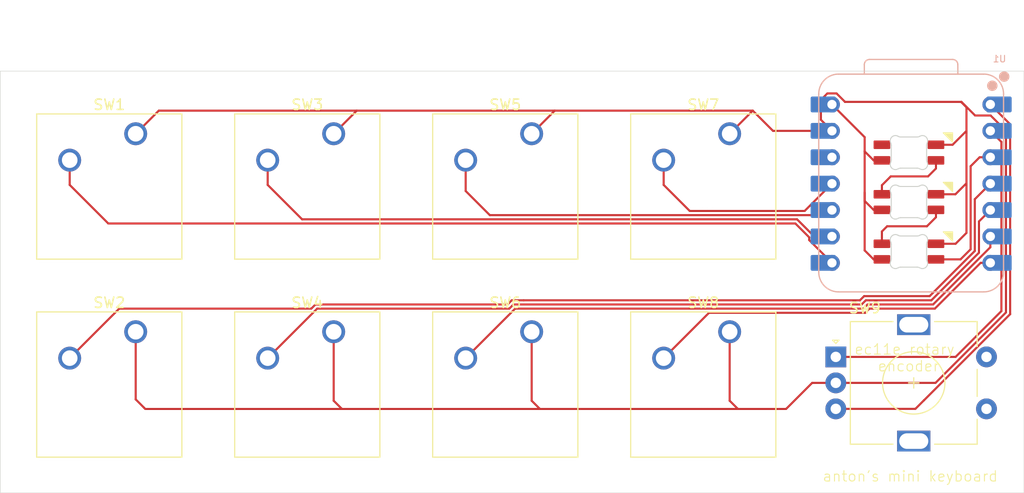
<source format=kicad_pcb>
(kicad_pcb (version 20241229) (generator "pcbnew") (generator_version "9.0")
  (layers (0 "F.Cu" signal) (2 "B.Cu" signal) (13 "F.Paste" user) (15 "B.Paste" user) (5 "F.SilkS" user "F.Silkscreen") (7 "B.SilkS" user "B.Silkscreen") (1 "F.Mask" user) (3 "B.Mask" user) (25 "Edge.Cuts" user))
  (net 0 "")
  (net 1 "Net-(D1-DOUT)")
  (net 2 "GND")
  (net 3 "Net-(D1-DIN)")
  (net 4 "+5V")
  (net 5 "Net-(D2-DOUT)")
  (net 6 "Net-(U1-GPIO0{slash}TX)")
  (net 9 "Net-(U1-GPIO26{slash}ADC0{slash}A0)")
  (net 11 "Net-(U1-GPIO27{slash}ADC1{slash}A1)")
  (net 12 "Net-(U1-GPIO1{slash}RX)")
  (net 13 "Net-(U1-GPIO2{slash}SCK)")
  (net 14 "Net-(U1-GPIO4{slash}MISO)")
  (net 15 "Net-(U1-GPIO3{slash}MOSI)")
  (net 16 "Net-(U1-GPIO29{slash}ADC3{slash}A3)")
  (net 17 "Net-(U1-GPIO6{slash}SDA)")
  (net 18 "Net-(U1-GPIO7{slash}SCL)")
  (footprint "Rotary_Encoder:RotaryEncoder_Alps_EC11E-Switch_Vertical_H20mm" (layer "F.Cu") (at 121.17025 51.59025)
    (property "Reference" "SW9" (at 2.8 -4.7 0) (layer "F.SilkS"))
    (property "Value" "RotaryEncoder_Switch")
    (fp_line (start -0.3 -1.6) (end 0.3 -1.6) (stroke (width 0.12)) (layer "F.SilkS"))
    (fp_line (start 0 -1.3) (end -0.3 -1.6) (stroke (width 0.12)) (layer "F.SilkS"))
    (fp_line (start 0.3 -1.6) (end 0 -1.3) (stroke (width 0.12)) (layer "F.SilkS"))
    (fp_line (start 1.4 -3.4) (end 1.4 8.4) (stroke (width 0.12)) (layer "F.SilkS"))
    (fp_line (start 5.5 -3.4) (end 1.4 -3.4) (stroke (width 0.12)) (layer "F.SilkS"))
    (fp_line (start 5.5 8.4) (end 1.4 8.4) (stroke (width 0.12)) (layer "F.SilkS"))
    (fp_line (start 7 2.5) (end 8 2.5) (stroke (width 0.12)) (layer "F.SilkS"))
    (fp_line (start 7.5 2) (end 7.5 3) (stroke (width 0.12)) (layer "F.SilkS"))
    (fp_line (start 9.5 -3.4) (end 13.6 -3.4) (stroke (width 0.12)) (layer "F.SilkS"))
    (fp_line (start 13.6 -3.4) (end 13.6 -1) (stroke (width 0.12)) (layer "F.SilkS"))
    (fp_line (start 13.6 1.2) (end 13.6 3.8) (stroke (width 0.12)) (layer "F.SilkS"))
    (fp_line (start 13.6 6) (end 13.6 8.4) (stroke (width 0.12)) (layer "F.SilkS"))
    (fp_line (start 13.6 8.4) (end 9.5 8.4) (stroke (width 0.12)) (layer "F.SilkS"))
    (fp_circle (center 7.5 2.5) (end 10.5 2.5) (stroke (width 0.12)) (fill no) (layer "F.SilkS"))
    (pad "A" thru_hole rect (at 0 0) (size 2 2) (drill 1) (layers "*.Cu" "*.Mask") (net 11 "Net-(U1-GPIO27{slash}ADC1{slash}A1)"))
    (pad "B" thru_hole circle (at 0 5) (size 2 2) (drill 1) (layers "*.Cu" "*.Mask") (net 9 "Net-(U1-GPIO26{slash}ADC0{slash}A0)"))
    (pad "C" thru_hole circle (at 0 2.5) (size 2 2) (drill 1) (layers "*.Cu" "*.Mask") (net 2 "GND"))
    (pad "MP" thru_hole rect (at 7.5 -3.1) (size 3.2 2) (drill oval 2.8 1.5) (layers "*.Cu" "*.Mask"))
    (pad "MP" thru_hole rect (at 7.5 8.1) (size 3.2 2) (drill oval 2.8 1.5) (layers "*.Cu" "*.Mask"))
    (pad "S1" thru_hole circle (at 14.5 5) (size 2 2) (drill 1) (layers "*.Cu" "*.Mask"))
    (pad "S2" thru_hole circle (at 14.5 0) (size 2 2) (drill 1) (layers "*.Cu" "*.Mask"))
  )
  (footprint "Button_Switch_Keyboard:SW_Cherry_MX_1.00u_PCB" (layer "F.Cu") (at 91.90775 49.169)
    (property "Reference" "SW6" (at -2.54 -2.794 0) (layer "F.SilkS"))
    (property "Value" "SW_Push")
    (fp_line (start -9.525 -1.905) (end 4.445 -1.905) (stroke (width 0.12)) (layer "F.SilkS"))
    (fp_line (start -9.525 12.065) (end -9.525 -1.905) (stroke (width 0.12)) (layer "F.SilkS"))
    (fp_line (start 4.445 -1.905) (end 4.445 12.065) (stroke (width 0.12)) (layer "F.SilkS"))
    (fp_line (start 4.445 12.065) (end -9.525 12.065) (stroke (width 0.12)) (layer "F.SilkS"))
    (pad "" np_thru_hole circle (at -7.62 5.08) (size 1.7 1.7) (drill 1.7) (layers "*.Cu" "*.Mask"))
    (pad "" np_thru_hole circle (at -2.54 5.08) (size 4 4) (drill 4) (layers "*.Cu" "*.Mask"))
    (pad "" np_thru_hole circle (at 2.54 5.08) (size 1.7 1.7) (drill 1.7) (layers "*.Cu" "*.Mask"))
    (pad "1" thru_hole circle (at 0 0) (size 2.2 2.2) (drill 1.5) (layers "*.Cu" "*.Mask") (net 2 "GND"))
    (pad "2" thru_hole circle (at -6.35 2.54) (size 2.2 2.2) (drill 1.5) (layers "*.Cu" "*.Mask") (net 18 "Net-(U1-GPIO7{slash}SCL)"))
  )
  (footprint "Button_Switch_Keyboard:SW_Cherry_MX_1.00u_PCB" (layer "F.Cu") (at 72.85775 30.119)
    (property "Reference" "SW3" (at -2.54 -2.794 0) (layer "F.SilkS"))
    (property "Value" "SW_Push")
    (fp_line (start -9.525 -1.905) (end 4.445 -1.905) (stroke (width 0.12)) (layer "F.SilkS"))
    (fp_line (start -9.525 12.065) (end -9.525 -1.905) (stroke (width 0.12)) (layer "F.SilkS"))
    (fp_line (start 4.445 -1.905) (end 4.445 12.065) (stroke (width 0.12)) (layer "F.SilkS"))
    (fp_line (start 4.445 12.065) (end -9.525 12.065) (stroke (width 0.12)) (layer "F.SilkS"))
    (pad "" np_thru_hole circle (at -7.62 5.08) (size 1.7 1.7) (drill 1.7) (layers "*.Cu" "*.Mask"))
    (pad "" np_thru_hole circle (at -2.54 5.08) (size 4 4) (drill 4) (layers "*.Cu" "*.Mask"))
    (pad "" np_thru_hole circle (at 2.54 5.08) (size 1.7 1.7) (drill 1.7) (layers "*.Cu" "*.Mask"))
    (pad "1" thru_hole circle (at 0 0) (size 2.2 2.2) (drill 1.5) (layers "*.Cu" "*.Mask") (net 2 "GND"))
    (pad "2" thru_hole circle (at -6.35 2.54) (size 2.2 2.2) (drill 1.5) (layers "*.Cu" "*.Mask") (net 13 "Net-(U1-GPIO2{slash}SCK)"))
  )
  (footprint "Button_Switch_Keyboard:SW_Cherry_MX_1.00u_PCB" (layer "F.Cu") (at 53.80775 49.169)
    (property "Reference" "SW2" (at -2.54 -2.794 0) (layer "F.SilkS"))
    (property "Value" "SW_Push")
    (fp_line (start -9.525 -1.905) (end 4.445 -1.905) (stroke (width 0.12)) (layer "F.SilkS"))
    (fp_line (start -9.525 12.065) (end -9.525 -1.905) (stroke (width 0.12)) (layer "F.SilkS"))
    (fp_line (start 4.445 -1.905) (end 4.445 12.065) (stroke (width 0.12)) (layer "F.SilkS"))
    (fp_line (start 4.445 12.065) (end -9.525 12.065) (stroke (width 0.12)) (layer "F.SilkS"))
    (pad "" np_thru_hole circle (at -7.62 5.08) (size 1.7 1.7) (drill 1.7) (layers "*.Cu" "*.Mask"))
    (pad "" np_thru_hole circle (at -2.54 5.08) (size 4 4) (drill 4) (layers "*.Cu" "*.Mask"))
    (pad "" np_thru_hole circle (at 2.54 5.08) (size 1.7 1.7) (drill 1.7) (layers "*.Cu" "*.Mask"))
    (pad "1" thru_hole circle (at 0 0) (size 2.2 2.2) (drill 1.5) (layers "*.Cu" "*.Mask") (net 2 "GND"))
    (pad "2" thru_hole circle (at -6.35 2.54) (size 2.2 2.2) (drill 1.5) (layers "*.Cu" "*.Mask") (net 16 "Net-(U1-GPIO29{slash}ADC3{slash}A3)"))
  )
  (footprint "Button_Switch_Keyboard:SW_Cherry_MX_1.00u_PCB" (layer "F.Cu") (at 53.80775 30.119)
    (property "Reference" "SW1" (at -2.54 -2.794 0) (layer "F.SilkS"))
    (property "Value" "SW_Push")
    (fp_line (start -9.525 -1.905) (end 4.445 -1.905) (stroke (width 0.12)) (layer "F.SilkS"))
    (fp_line (start -9.525 12.065) (end -9.525 -1.905) (stroke (width 0.12)) (layer "F.SilkS"))
    (fp_line (start 4.445 -1.905) (end 4.445 12.065) (stroke (width 0.12)) (layer "F.SilkS"))
    (fp_line (start 4.445 12.065) (end -9.525 12.065) (stroke (width 0.12)) (layer "F.SilkS"))
    (pad "" np_thru_hole circle (at -7.62 5.08) (size 1.7 1.7) (drill 1.7) (layers "*.Cu" "*.Mask"))
    (pad "" np_thru_hole circle (at -2.54 5.08) (size 4 4) (drill 4) (layers "*.Cu" "*.Mask"))
    (pad "" np_thru_hole circle (at 2.54 5.08) (size 1.7 1.7) (drill 1.7) (layers "*.Cu" "*.Mask"))
    (pad "1" thru_hole circle (at 0 0) (size 2.2 2.2) (drill 1.5) (layers "*.Cu" "*.Mask") (net 2 "GND"))
    (pad "2" thru_hole circle (at -6.35 2.54) (size 2.2 2.2) (drill 1.5) (layers "*.Cu" "*.Mask") (net 12 "Net-(U1-GPIO1{slash}RX)"))
  )
  (footprint "Button_Switch_Keyboard:SW_Cherry_MX_1.00u_PCB" (layer "F.Cu") (at 110.95775 49.169)
    (property "Reference" "SW8" (at -2.54 -2.794 0) (layer "F.SilkS"))
    (property "Value" "SW_Push")
    (fp_line (start -9.525 -1.905) (end 4.445 -1.905) (stroke (width 0.12)) (layer "F.SilkS"))
    (fp_line (start -9.525 12.065) (end -9.525 -1.905) (stroke (width 0.12)) (layer "F.SilkS"))
    (fp_line (start 4.445 -1.905) (end 4.445 12.065) (stroke (width 0.12)) (layer "F.SilkS"))
    (fp_line (start 4.445 12.065) (end -9.525 12.065) (stroke (width 0.12)) (layer "F.SilkS"))
    (pad "" np_thru_hole circle (at -7.62 5.08) (size 1.7 1.7) (drill 1.7) (layers "*.Cu" "*.Mask"))
    (pad "" np_thru_hole circle (at -2.54 5.08) (size 4 4) (drill 4) (layers "*.Cu" "*.Mask"))
    (pad "" np_thru_hole circle (at 2.54 5.08) (size 1.7 1.7) (drill 1.7) (layers "*.Cu" "*.Mask"))
    (pad "1" thru_hole circle (at 0 0) (size 2.2 2.2) (drill 1.5) (layers "*.Cu" "*.Mask") (net 2 "GND"))
    (pad "2" thru_hole circle (at -6.35 2.54) (size 2.2 2.2) (drill 1.5) (layers "*.Cu" "*.Mask") (net 6 "Net-(U1-GPIO0{slash}TX)"))
  )
  (footprint "Button_Switch_Keyboard:SW_Cherry_MX_1.00u_PCB" (layer "F.Cu") (at 72.85775 49.169)
    (property "Reference" "SW4" (at -2.54 -2.794 0) (layer "F.SilkS"))
    (property "Value" "SW_Push")
    (fp_line (start -9.525 -1.905) (end 4.445 -1.905) (stroke (width 0.12)) (layer "F.SilkS"))
    (fp_line (start -9.525 12.065) (end -9.525 -1.905) (stroke (width 0.12)) (layer "F.SilkS"))
    (fp_line (start 4.445 -1.905) (end 4.445 12.065) (stroke (width 0.12)) (layer "F.SilkS"))
    (fp_line (start 4.445 12.065) (end -9.525 12.065) (stroke (width 0.12)) (layer "F.SilkS"))
    (pad "" np_thru_hole circle (at -7.62 5.08) (size 1.7 1.7) (drill 1.7) (layers "*.Cu" "*.Mask"))
    (pad "" np_thru_hole circle (at -2.54 5.08) (size 4 4) (drill 4) (layers "*.Cu" "*.Mask"))
    (pad "" np_thru_hole circle (at 2.54 5.08) (size 1.7 1.7) (drill 1.7) (layers "*.Cu" "*.Mask"))
    (pad "1" thru_hole circle (at 0 0) (size 2.2 2.2) (drill 1.5) (layers "*.Cu" "*.Mask") (net 2 "GND"))
    (pad "2" thru_hole circle (at -6.35 2.54) (size 2.2 2.2) (drill 1.5) (layers "*.Cu" "*.Mask") (net 17 "Net-(U1-GPIO6{slash}SDA)"))
  )
  (footprint "Button_Switch_Keyboard:SW_Cherry_MX_1.00u_PCB" (layer "F.Cu") (at 110.95775 30.119)
    (property "Reference" "SW7" (at -2.54 -2.794 0) (layer "F.SilkS"))
    (property "Value" "SW_Push")
    (fp_line (start -9.525 -1.905) (end 4.445 -1.905) (stroke (width 0.12)) (layer "F.SilkS"))
    (fp_line (start -9.525 12.065) (end -9.525 -1.905) (stroke (width 0.12)) (layer "F.SilkS"))
    (fp_line (start 4.445 -1.905) (end 4.445 12.065) (stroke (width 0.12)) (layer "F.SilkS"))
    (fp_line (start 4.445 12.065) (end -9.525 12.065) (stroke (width 0.12)) (layer "F.SilkS"))
    (pad "" np_thru_hole circle (at -7.62 5.08) (size 1.7 1.7) (drill 1.7) (layers "*.Cu" "*.Mask"))
    (pad "" np_thru_hole circle (at -2.54 5.08) (size 4 4) (drill 4) (layers "*.Cu" "*.Mask"))
    (pad "" np_thru_hole circle (at 2.54 5.08) (size 1.7 1.7) (drill 1.7) (layers "*.Cu" "*.Mask"))
    (pad "1" thru_hole circle (at 0 0) (size 2.2 2.2) (drill 1.5) (layers "*.Cu" "*.Mask") (net 2 "GND"))
    (pad "2" thru_hole circle (at -6.35 2.54) (size 2.2 2.2) (drill 1.5) (layers "*.Cu" "*.Mask") (net 15 "Net-(U1-GPIO3{slash}MOSI)"))
  )
  (footprint "Button_Switch_Keyboard:SW_Cherry_MX_1.00u_PCB" (layer "F.Cu") (at 91.90775 30.119)
    (property "Reference" "SW5" (at -2.54 -2.794 0) (layer "F.SilkS"))
    (property "Value" "SW_Push")
    (fp_line (start -9.525 -1.905) (end 4.445 -1.905) (stroke (width 0.12)) (layer "F.SilkS"))
    (fp_line (start -9.525 12.065) (end -9.525 -1.905) (stroke (width 0.12)) (layer "F.SilkS"))
    (fp_line (start 4.445 -1.905) (end 4.445 12.065) (stroke (width 0.12)) (layer "F.SilkS"))
    (fp_line (start 4.445 12.065) (end -9.525 12.065) (stroke (width 0.12)) (layer "F.SilkS"))
    (pad "" np_thru_hole circle (at -7.62 5.08) (size 1.7 1.7) (drill 1.7) (layers "*.Cu" "*.Mask"))
    (pad "" np_thru_hole circle (at -2.54 5.08) (size 4 4) (drill 4) (layers "*.Cu" "*.Mask"))
    (pad "" np_thru_hole circle (at 2.54 5.08) (size 1.7 1.7) (drill 1.7) (layers "*.Cu" "*.Mask"))
    (pad "1" thru_hole circle (at 0 0) (size 2.2 2.2) (drill 1.5) (layers "*.Cu" "*.Mask") (net 2 "GND"))
    (pad "2" thru_hole circle (at -6.35 2.54) (size 2.2 2.2) (drill 1.5) (layers "*.Cu" "*.Mask") (net 14 "Net-(U1-GPIO4{slash}MISO)"))
  )
  (footprint "Hackclub Footprints:MX_SK6812MINI-E_REV" (layer "B.Cu") (at 128.20775 26.85025 180)
    (property "Reference" "D3" (hide yes))
    (property "Value" "SK6812MINI-E")
    (fp_poly (pts (xy -4.2 -4.08) (xy -3.3 -3.18) (xy -4.2 -3.18)) (stroke (width 0.1)) (fill yes) (layer "F.SilkS"))
    (fp_line (start 1.699999 -4.377158) (end 1.699999 -5.782842) (stroke (width 0.1)) (layer "Edge.Cuts"))
    (fp_line (start 0.794452 -6.579999) (end -0.794453 -6.579999) (stroke (width 0.1)) (layer "Edge.Cuts"))
    (fp_line (start -0.794452 -3.58) (end 0.794452 -3.58) (stroke (width 0.1)) (layer "Edge.Cuts"))
    (fp_line (start -1.699999 -5.782842) (end -1.699999 -4.377158) (stroke (width 0.1)) (layer "Edge.Cuts"))
    (fp_arc (start 1.749484 -4.16028) (mid 1.712526 -4.265931) (end 1.699999 -4.377157) (stroke (width 0.1)) (layer "Edge.Cuts"))
    (fp_arc (start 1.749484 -4.16028) (mid 1.638072 -3.575963) (end 1.046711 -3.511703) (stroke (width 0.1)) (layer "Edge.Cuts"))
    (fp_arc (start 1.699999 -5.782842) (mid 1.712536 -5.894065) (end 1.749484 -5.99972) (stroke (width 0.1)) (layer "Edge.Cuts"))
    (fp_arc (start 1.046711 -6.648299) (mid 1.638071 -6.584036) (end 1.749484 -5.99972) (stroke (width 0.1)) (layer "Edge.Cuts"))
    (fp_arc (start 1.046711 -6.648299) (mid 0.925123 -6.597377) (end 0.794453 -6.58) (stroke (width 0.1)) (layer "Edge.Cuts"))
    (fp_arc (start 0.794452 -3.58) (mid 0.925122 -3.562623) (end 1.04671 -3.511701) (stroke (width 0.1)) (layer "Edge.Cuts"))
    (fp_arc (start -0.794453 -6.579999) (mid -0.925123 -6.597376) (end -1.046711 -6.648298) (stroke (width 0.1)) (layer "Edge.Cuts"))
    (fp_arc (start -1.046711 -3.511701) (mid -0.925123 -3.562623) (end -0.794452 -3.58) (stroke (width 0.1)) (layer "Edge.Cuts"))
    (fp_arc (start -1.046711 -3.511701) (mid -1.638072 -3.575965) (end -1.749484 -4.160281) (stroke (width 0.1)) (layer "Edge.Cuts"))
    (fp_arc (start -1.699999 -4.377158) (mid -1.712527 -4.265932) (end -1.749484 -4.16028) (stroke (width 0.1)) (layer "Edge.Cuts"))
    (fp_arc (start -1.749484 -5.99972) (mid -1.638071 -6.584035) (end -1.046711 -6.648298) (stroke (width 0.1)) (layer "Edge.Cuts"))
    (fp_arc (start -1.749484 -5.99972) (mid -1.712527 -5.894068) (end -1.699999 -5.782843) (stroke (width 0.1)) (layer "Edge.Cuts"))
    (pad "1" smd roundrect (at 2.6 -5.83 90) (size 0.82 1.6) (layers "F.Cu" "F.Mask" "F.Paste") (roundrect_rratio 0.1) (net 4 "+5V"))
    (pad "2" smd roundrect (at 2.6 -4.33 90) (size 0.82 1.6) (layers "F.Cu" "F.Mask" "F.Paste") (roundrect_rratio 0.1))
    (pad "3" smd roundrect (at -2.6 -4.33 90) (size 0.82 1.6) (layers "F.Cu" "F.Mask" "F.Paste") (roundrect_rratio 0.1) (net 2 "GND"))
    (pad "4" smd roundrect (at -2.6 -5.83 90) (size 0.82 1.6) (layers "F.Cu" "F.Mask" "F.Paste") (roundrect_rratio 0.1) (net 5 "Net-(D2-DOUT)"))
  )
  (footprint "Hackclub Footprints:MX_SK6812MINI-E_REV" (layer "B.Cu") (at 128.20775 31.61275 180)
    (property "Reference" "D2" (hide yes))
    (property "Value" "SK6812MINI-E")
    (fp_poly (pts (xy -4.2 -4.08) (xy -3.3 -3.18) (xy -4.2 -3.18)) (stroke (width 0.1)) (fill yes) (layer "F.SilkS"))
    (fp_line (start 1.699999 -4.377158) (end 1.699999 -5.782842) (stroke (width 0.1)) (layer "Edge.Cuts"))
    (fp_line (start 0.794452 -6.579999) (end -0.794453 -6.579999) (stroke (width 0.1)) (layer "Edge.Cuts"))
    (fp_line (start -0.794452 -3.58) (end 0.794452 -3.58) (stroke (width 0.1)) (layer "Edge.Cuts"))
    (fp_line (start -1.699999 -5.782842) (end -1.699999 -4.377158) (stroke (width 0.1)) (layer "Edge.Cuts"))
    (fp_arc (start 1.749484 -4.16028) (mid 1.712526 -4.265931) (end 1.699999 -4.377157) (stroke (width 0.1)) (layer "Edge.Cuts"))
    (fp_arc (start 1.749484 -4.16028) (mid 1.638072 -3.575963) (end 1.046711 -3.511703) (stroke (width 0.1)) (layer "Edge.Cuts"))
    (fp_arc (start 1.699999 -5.782842) (mid 1.712536 -5.894065) (end 1.749484 -5.99972) (stroke (width 0.1)) (layer "Edge.Cuts"))
    (fp_arc (start 1.046711 -6.648299) (mid 1.638071 -6.584036) (end 1.749484 -5.99972) (stroke (width 0.1)) (layer "Edge.Cuts"))
    (fp_arc (start 1.046711 -6.648299) (mid 0.925123 -6.597377) (end 0.794453 -6.58) (stroke (width 0.1)) (layer "Edge.Cuts"))
    (fp_arc (start 0.794452 -3.58) (mid 0.925122 -3.562623) (end 1.04671 -3.511701) (stroke (width 0.1)) (layer "Edge.Cuts"))
    (fp_arc (start -0.794453 -6.579999) (mid -0.925123 -6.597376) (end -1.046711 -6.648298) (stroke (width 0.1)) (layer "Edge.Cuts"))
    (fp_arc (start -1.046711 -3.511701) (mid -0.925123 -3.562623) (end -0.794452 -3.58) (stroke (width 0.1)) (layer "Edge.Cuts"))
    (fp_arc (start -1.046711 -3.511701) (mid -1.638072 -3.575965) (end -1.749484 -4.160281) (stroke (width 0.1)) (layer "Edge.Cuts"))
    (fp_arc (start -1.699999 -4.377158) (mid -1.712527 -4.265932) (end -1.749484 -4.16028) (stroke (width 0.1)) (layer "Edge.Cuts"))
    (fp_arc (start -1.749484 -5.99972) (mid -1.638071 -6.584035) (end -1.046711 -6.648298) (stroke (width 0.1)) (layer "Edge.Cuts"))
    (fp_arc (start -1.749484 -5.99972) (mid -1.712527 -5.894068) (end -1.699999 -5.782843) (stroke (width 0.1)) (layer "Edge.Cuts"))
    (pad "1" smd roundrect (at 2.6 -5.83 90) (size 0.82 1.6) (layers "F.Cu" "F.Mask" "F.Paste") (roundrect_rratio 0.1) (net 4 "+5V"))
    (pad "2" smd roundrect (at 2.6 -4.33 90) (size 0.82 1.6) (layers "F.Cu" "F.Mask" "F.Paste") (roundrect_rratio 0.1) (net 5 "Net-(D2-DOUT)"))
    (pad "3" smd roundrect (at -2.6 -4.33 90) (size 0.82 1.6) (layers "F.Cu" "F.Mask" "F.Paste") (roundrect_rratio 0.1) (net 2 "GND"))
    (pad "4" smd roundrect (at -2.6 -5.83 90) (size 0.82 1.6) (layers "F.Cu" "F.Mask" "F.Paste") (roundrect_rratio 0.1) (net 1 "Net-(D1-DOUT)"))
  )
  (footprint "Hackclub Footprints:XIAO-RP2040-DIP" (layer "B.Cu") (at 128.42025 34.92125 180)
    (property "Reference" "U1" (at -8.5 12 0) (layer "B.SilkS") (effects (font (size 0.635 0.635) (thickness 0.1016)) (justify mirror)))
    (property "Value" "XIAO-RP2040-DIP" (hide yes))
    (fp_line (start 8.89 -8.509) (end 8.89 8.636) (stroke (width 0.127)) (layer "B.SilkS"))
    (fp_line (start 6.985 10.541) (end -6.985 10.541) (stroke (width 0.1)) (layer "B.SilkS"))
    (fp_line (start 6.985 10.541) (end -6.985 10.541) (stroke (width 0.127)) (layer "B.SilkS"))
    (fp_line (start 4.504 11.451) (end 4.504 10.541) (stroke (width 0.127)) (layer "B.SilkS"))
    (fp_line (start -3.991272 11.951) (end 4.004 11.951) (stroke (width 0.127)) (layer "B.SilkS"))
    (fp_line (start -4.495 10.541) (end -4.491272 11.451272) (stroke (width 0.127)) (layer "B.SilkS"))
    (fp_line (start -6.985 -10.414) (end 6.985 -10.414) (stroke (width 0.127)) (layer "B.SilkS"))
    (fp_line (start -8.89 -8.509) (end -8.89 8.636) (stroke (width 0.127)) (layer "B.SilkS"))
    (fp_arc (start 8.89 8.636) (mid 8.332038 9.983038) (end 6.985 10.541) (stroke (width 0.127)) (layer "B.SilkS"))
    (fp_arc (start 6.985 -10.414) (mid 8.332038 -9.856038) (end 8.89 -8.509) (stroke (width 0.127)) (layer "B.SilkS"))
    (fp_arc (start 4.504 11.451) (mid 4.357553 11.804553) (end 4.004 11.951) (stroke (width 0.127)) (layer "B.SilkS"))
    (fp_arc (start -3.991272 11.951) (mid -4.344724 11.804644) (end -4.491272 11.451272) (stroke (width 0.127)) (layer "B.SilkS"))
    (fp_arc (start -6.985 10.541) (mid -8.332038 9.983038) (end -8.89 8.636) (stroke (width 0.127)) (layer "B.SilkS"))
    (fp_arc (start -8.89 -8.509) (mid -8.332038 -9.856038) (end -6.985 -10.414) (stroke (width 0.127)) (layer "B.SilkS"))
    (fp_circle (center -7.807 9.42) (end -7.807 9.674) (stroke (width 0.5)) (fill yes) (layer "B.SilkS"))
    (fp_circle (center -8.95 10.3) (end -8.95 10.554) (stroke (width 0.5)) (fill yes) (layer "B.SilkS"))
    (pad "1" smd roundrect (at -8.455 7.62) (size 2.432 1.524) (layers "B.Cu" "B.Mask") (roundrect_rratio 0.1) (net 9 "Net-(U1-GPIO26{slash}ADC0{slash}A0)"))
    (pad "1" thru_hole circle (at -7.62 7.62) (size 1.524 1.524) (drill 0.889) (layers "*.Cu" "*.Mask") (net 9 "Net-(U1-GPIO26{slash}ADC0{slash}A0)"))
    (pad "2" smd roundrect (at -8.455 5.08) (size 2.432 1.524) (layers "B.Cu" "B.Mask") (roundrect_rratio 0.1) (net 11 "Net-(U1-GPIO27{slash}ADC1{slash}A1)"))
    (pad "2" thru_hole circle (at -7.62 5.08) (size 1.524 1.524) (drill 0.889) (layers "*.Cu" "*.Mask") (net 11 "Net-(U1-GPIO27{slash}ADC1{slash}A1)"))
    (pad "3" smd roundrect (at -8.455 2.54) (size 2.432 1.524) (layers "B.Cu" "B.Mask") (roundrect_rratio 0.1) (net 3 "Net-(D1-DIN)"))
    (pad "3" thru_hole circle (at -7.62 2.54) (size 1.524 1.524) (drill 0.889) (layers "*.Cu" "*.Mask") (net 3 "Net-(D1-DIN)"))
    (pad "4" smd roundrect (at -8.455 0) (size 2.432 1.524) (layers "B.Cu" "B.Mask") (roundrect_rratio 0.1) (net 16 "Net-(U1-GPIO29{slash}ADC3{slash}A3)"))
    (pad "4" thru_hole circle (at -7.62 0) (size 1.524 1.524) (drill 0.889) (layers "*.Cu" "*.Mask") (net 16 "Net-(U1-GPIO29{slash}ADC3{slash}A3)"))
    (pad "5" smd roundrect (at -8.455 -2.54) (size 2.432 1.524) (layers "B.Cu" "B.Mask") (roundrect_rratio 0.1) (net 17 "Net-(U1-GPIO6{slash}SDA)"))
    (pad "5" thru_hole circle (at -7.62 -2.54) (size 1.524 1.524) (drill 0.889) (layers "*.Cu" "*.Mask") (net 17 "Net-(U1-GPIO6{slash}SDA)"))
    (pad "6" smd roundrect (at -8.455 -5.08) (size 2.432 1.524) (layers "B.Cu" "B.Mask") (roundrect_rratio 0.1) (net 18 "Net-(U1-GPIO7{slash}SCL)"))
    (pad "6" thru_hole circle (at -7.62 -5.08) (size 1.524 1.524) (drill 0.889) (layers "*.Cu" "*.Mask") (net 18 "Net-(U1-GPIO7{slash}SCL)"))
    (pad "7" smd roundrect (at -8.455 -7.62) (size 2.432 1.524) (layers "B.Cu" "B.Mask") (roundrect_rratio 0.1) (net 6 "Net-(U1-GPIO0{slash}TX)"))
    (pad "7" thru_hole circle (at -7.62 -7.62) (size 1.524 1.524) (drill 0.889) (layers "*.Cu" "*.Mask") (net 6 "Net-(U1-GPIO0{slash}TX)"))
    (pad "8" thru_hole circle (at 7.62 -7.62 180) (size 1.524 1.524) (drill 0.889) (layers "*.Cu" "*.Mask") (net 12 "Net-(U1-GPIO1{slash}RX)"))
    (pad "8" smd roundrect (at 8.455 -7.62 180) (size 2.432 1.524) (layers "B.Cu" "B.Mask") (roundrect_rratio 0.1) (net 12 "Net-(U1-GPIO1{slash}RX)"))
    (pad "9" thru_hole circle (at 7.62 -5.08 180) (size 1.524 1.524) (drill 0.889) (layers "*.Cu" "*.Mask") (net 13 "Net-(U1-GPIO2{slash}SCK)"))
    (pad "9" smd roundrect (at 8.455 -5.08 180) (size 2.432 1.524) (layers "B.Cu" "B.Mask") (roundrect_rratio 0.1) (net 13 "Net-(U1-GPIO2{slash}SCK)"))
    (pad "10" thru_hole circle (at 7.62 -2.54 180) (size 1.524 1.524) (drill 0.889) (layers "*.Cu" "*.Mask") (net 14 "Net-(U1-GPIO4{slash}MISO)"))
    (pad "10" smd roundrect (at 8.455 -2.54 180) (size 2.432 1.524) (layers "B.Cu" "B.Mask") (roundrect_rratio 0.1) (net 14 "Net-(U1-GPIO4{slash}MISO)"))
    (pad "11" thru_hole circle (at 7.62 0 180) (size 1.524 1.524) (drill 0.889) (layers "*.Cu" "*.Mask") (net 15 "Net-(U1-GPIO3{slash}MOSI)"))
    (pad "11" smd roundrect (at 8.455 0 180) (size 2.432 1.524) (layers "B.Cu" "B.Mask") (roundrect_rratio 0.1) (net 15 "Net-(U1-GPIO3{slash}MOSI)"))
    (pad "12" thru_hole circle (at 7.62 2.54 180) (size 1.524 1.524) (drill 0.889) (layers "*.Cu" "*.Mask"))
    (pad "12" smd roundrect (at 8.455 2.54 180) (size 2.432 1.524) (layers "B.Cu" "B.Mask") (roundrect_rratio 0.1))
    (pad "13" thru_hole circle (at 7.62 5.08 180) (size 1.524 1.524) (drill 0.889) (layers "*.Cu" "*.Mask") (net 2 "GND"))
    (pad "13" smd roundrect (at 8.455 5.08 180) (size 2.432 1.524) (layers "B.Cu" "B.Mask") (roundrect_rratio 0.1) (net 2 "GND"))
    (pad "14" thru_hole circle (at 7.62 7.62 180) (size 1.524 1.524) (drill 0.889) (layers "*.Cu" "*.Mask") (net 4 "+5V"))
    (pad "14" smd roundrect (at 8.455 7.62 180) (size 2.432 1.524) (layers "B.Cu" "B.Mask") (roundrect_rratio 0.1) (net 4 "+5V"))
  )
  (footprint "Hackclub Footprints:MX_SK6812MINI-E_REV" (layer "B.Cu") (at 128.20775 36.37525 180)
    (property "Reference" "D1" (hide yes))
    (property "Value" "SK6812MINI-E")
    (fp_poly (pts (xy -4.2 -4.08) (xy -3.3 -3.18) (xy -4.2 -3.18)) (stroke (width 0.1)) (fill yes) (layer "F.SilkS"))
    (fp_line (start 1.699999 -4.377158) (end 1.699999 -5.782842) (stroke (width 0.1)) (layer "Edge.Cuts"))
    (fp_line (start 0.794452 -6.579999) (end -0.794453 -6.579999) (stroke (width 0.1)) (layer "Edge.Cuts"))
    (fp_line (start -0.794452 -3.58) (end 0.794452 -3.58) (stroke (width 0.1)) (layer "Edge.Cuts"))
    (fp_line (start -1.699999 -5.782842) (end -1.699999 -4.377158) (stroke (width 0.1)) (layer "Edge.Cuts"))
    (fp_arc (start 1.749484 -4.16028) (mid 1.712526 -4.265931) (end 1.699999 -4.377157) (stroke (width 0.1)) (layer "Edge.Cuts"))
    (fp_arc (start 1.749484 -4.16028) (mid 1.638072 -3.575963) (end 1.046711 -3.511703) (stroke (width 0.1)) (layer "Edge.Cuts"))
    (fp_arc (start 1.699999 -5.782842) (mid 1.712536 -5.894065) (end 1.749484 -5.99972) (stroke (width 0.1)) (layer "Edge.Cuts"))
    (fp_arc (start 1.046711 -6.648299) (mid 1.638071 -6.584036) (end 1.749484 -5.99972) (stroke (width 0.1)) (layer "Edge.Cuts"))
    (fp_arc (start 1.046711 -6.648299) (mid 0.925123 -6.597377) (end 0.794453 -6.58) (stroke (width 0.1)) (layer "Edge.Cuts"))
    (fp_arc (start 0.794452 -3.58) (mid 0.925122 -3.562623) (end 1.04671 -3.511701) (stroke (width 0.1)) (layer "Edge.Cuts"))
    (fp_arc (start -0.794453 -6.579999) (mid -0.925123 -6.597376) (end -1.046711 -6.648298) (stroke (width 0.1)) (layer "Edge.Cuts"))
    (fp_arc (start -1.046711 -3.511701) (mid -0.925123 -3.562623) (end -0.794452 -3.58) (stroke (width 0.1)) (layer "Edge.Cuts"))
    (fp_arc (start -1.046711 -3.511701) (mid -1.638072 -3.575965) (end -1.749484 -4.160281) (stroke (width 0.1)) (layer "Edge.Cuts"))
    (fp_arc (start -1.699999 -4.377158) (mid -1.712527 -4.265932) (end -1.749484 -4.16028) (stroke (width 0.1)) (layer "Edge.Cuts"))
    (fp_arc (start -1.749484 -5.99972) (mid -1.638071 -6.584035) (end -1.046711 -6.648298) (stroke (width 0.1)) (layer "Edge.Cuts"))
    (fp_arc (start -1.749484 -5.99972) (mid -1.712527 -5.894068) (end -1.699999 -5.782843) (stroke (width 0.1)) (layer "Edge.Cuts"))
    (pad "1" smd roundrect (at 2.6 -5.83 90) (size 0.82 1.6) (layers "F.Cu" "F.Mask" "F.Paste") (roundrect_rratio 0.1) (net 4 "+5V"))
    (pad "2" smd roundrect (at 2.6 -4.33 90) (size 0.82 1.6) (layers "F.Cu" "F.Mask" "F.Paste") (roundrect_rratio 0.1) (net 1 "Net-(D1-DOUT)"))
    (pad "3" smd roundrect (at -2.6 -4.33 90) (size 0.82 1.6) (layers "F.Cu" "F.Mask" "F.Paste") (roundrect_rratio 0.1) (net 2 "GND"))
    (pad "4" smd roundrect (at -2.6 -5.83 90) (size 0.82 1.6) (layers "F.Cu" "F.Mask" "F.Paste") (roundrect_rratio 0.1) (net 3 "Net-(D1-DIN)"))
  )
  (gr_rect (start 40.7765 24.09275) (end 139.2765 64.66275) (stroke (width 0.05)) (fill no) (layer "Edge.Cuts"))
  (gr_text "ec11e rotary \nencoder" (at 128.17025 51.67275 0) (layer "F.SilkS") (effects (font (size 1 1) (thickness 0.1))))
  (gr_text "anton's mini keyboard" (at 119.8365 63.66275 0) (layer "F.SilkS") (effects (font (size 1 1) (thickness 0.1)) (justify left bottom)))
  (segment (start 130.80775 38.1515) (end 130.80775 37.44275) (width 0.2) (layer "F.Cu") (net 1))
  (segment (start 126.1065 39.02275) (end 129.9365 39.02275) (width 0.2) (layer "F.Cu") (net 1))
  (segment (start 125.60775 40.70525) (end 125.6065 40.704) (width 0.2) (layer "F.Cu") (net 1))
  (segment (start 125.6065 40.704) (end 125.6065 39.52275) (width 0.2) (layer "F.Cu") (net 1))
  (segment (start 125.6065 39.52275) (end 126.1065 39.02275) (width 0.2) (layer "F.Cu") (net 1))
  (segment (start 129.9365 39.02275) (end 130.80775 38.1515) (width 0.2) (layer "F.Cu") (net 1))
  (segment (start 119.73725 28.77825) (end 119.73725 26.86094) (width 0.2) (layer "F.Cu") (net 2))
  (segment (start 130.763258 54.09025) (end 121.17025 54.09025) (width 0.2) (layer "F.Cu") (net 2))
  (segment (start 111.7515 56.6) (end 116.3855 56.6) (width 0.2) (layer "F.Cu") (net 2))
  (segment (start 91.90775 55.80625) (end 92.7015 56.6) (width 0.2) (layer "F.Cu") (net 2))
  (segment (start 115.125 29.84125) (end 120.80025 29.84125) (width 0.2) (layer "F.Cu") (net 2))
  (segment (start 54.73 56.6) (end 73.6515 56.6) (width 0.2) (layer "F.Cu") (net 2))
  (segment (start 116.3855 56.6) (end 118.89525 54.09025) (width 0.2) (layer "F.Cu") (net 2))
  (segment (start 118.89525 54.09025) (end 121.17025 54.09025) (width 0.2) (layer "F.Cu") (net 2))
  (segment (start 56.03025 27.8965) (end 75.08025 27.8965) (width 0.2) (layer "F.Cu") (net 2))
  (segment (start 72.85775 55.80625) (end 73.6515 56.6) (width 0.2) (layer "F.Cu") (net 2))
  (segment (start 119.73725 26.86094) (end 120.35994 26.23825) (width 0.2) (layer "F.Cu") (net 2))
  (segment (start 53.80775 49.169) (end 53.80775 55.67775) (width 0.2) (layer "F.Cu") (net 2))
  (segment (start 121.24056 26.23825) (end 122.0465 27.04419) (width 0.2) (layer "F.Cu") (net 2))
  (segment (start 132.405045 31.18025) (end 133.742545 29.84275) (width 0.2) (layer "F.Cu") (net 2))
  (segment (start 137.54425 47.309258) (end 130.763258 54.09025) (width 0.2) (layer "F.Cu") (net 2))
  (segment (start 136.06506 28.36275) (end 137.54425 29.84194) (width 0.2) (layer "F.Cu") (net 2))
  (segment (start 133.2636 27.05275) (end 133.2636 27.09565) (width 0.2) (layer "F.Cu") (net 2))
  (segment (start 133.742545 39.656705) (end 132.694 40.70525) (width 0.2) (layer "F.Cu") (net 2))
  (segment (start 54.6015 56.4715) (end 54.73 56.6) (width 0.2) (layer "F.Cu") (net 2))
  (segment (start 120.35994 26.23825) (end 121.24056 26.23825) (width 0.2) (layer "F.Cu") (net 2))
  (segment (start 133.742545 29.84275) (end 133.742545 34.88275) (width 0.2) (layer "F.Cu") (net 2))
  (segment (start 133.2636 27.05275) (end 134.5736 28.36275) (width 0.2) (layer "F.Cu") (net 2))
  (segment (start 110.95775 55.80625) (end 111.7515 56.6) (width 0.2) (layer "F.Cu") (net 2))
  (segment (start 72.85775 49.169) (end 72.85775 55.80625) (width 0.2) (layer "F.Cu") (net 2))
  (segment (start 110.95775 49.169) (end 110.11622 49.169) (width 0.2) (layer "F.Cu") (net 2))
  (segment (start 110.95775 30.119) (end 113.18025 27.8965) (width 0.2) (layer "F.Cu") (net 2))
  (segment (start 133.742545 27.574595) (end 133.742545 29.84275) (width 0.2) (layer "F.Cu") (net 2))
  (segment (start 133.742545 34.88275) (end 133.742545 39.656705) (width 0.2) (layer "F.Cu") (net 2))
  (segment (start 92.7015 56.6) (end 111.7515 56.6) (width 0.2) (layer "F.Cu") (net 2))
  (segment (start 72.85775 30.119) (end 75.08025 27.8965) (width 0.2) (layer "F.Cu") (net 2))
  (segment (start 110.95775 49.169) (end 110.95775 55.80625) (width 0.2) (layer "F.Cu") (net 2))
  (segment (start 130.80775 35.94275) (end 132.682545 35.94275) (width 0.2) (layer "F.Cu") (net 2))
  (segment (start 130.80775 31.18025) (end 132.405045 31.18025) (width 0.2) (layer "F.Cu") (net 2))
  (segment (start 113.18025 27.8965) (end 115.125 29.84125) (width 0.2) (layer "F.Cu") (net 2))
  (segment (start 91.90775 30.119) (end 94.13025 27.8965) (width 0.2) (layer "F.Cu") (net 2))
  (segment (start 53.80775 55.67775) (end 54.6015 56.4715) (width 0.2) (layer "F.Cu") (net 2))
  (segment (start 134.5736 28.36275) (end 136.06506 28.36275) (width 0.2) (layer "F.Cu") (net 2))
  (segment (start 72.85775 49.169) (end 72.01622 49.169) (width 0.2) (layer "F.Cu") (net 2))
  (segment (start 133.2636 27.09565) (end 133.742545 27.574595) (width 0.2) (layer "F.Cu") (net 2))
  (segment (start 122.0465 27.05275) (end 133.2636 27.05275) (width 0.2) (layer "F.Cu") (net 2))
  (segment (start 53.80775 30.119) (end 56.03025 27.8965) (width 0.2) (layer "F.Cu") (net 2))
  (segment (start 91.90775 49.169) (end 91.122934 49.169) (width 0.2) (layer "F.Cu") (net 2))
  (segment (start 75.08025 27.8965) (end 94.13025 27.8965) (width 0.2) (layer "F.Cu") (net 2))
  (segment (start 132.694 40.70525) (end 130.80775 40.70525) (width 0.2) (layer "F.Cu") (net 2))
  (segment (start 91.90775 49.169) (end 91.90775 55.80625) (width 0.2) (layer "F.Cu") (net 2))
  (segment (start 137.54425 29.84194) (end 137.54425 47.309258) (width 0.2) (layer "F.Cu") (net 2))
  (segment (start 122.0465 27.04419) (end 122.0465 27.05275) (width 0.2) (layer "F.Cu") (net 2))
  (segment (start 120.80025 29.84125) (end 119.73725 28.77825) (width 0.2) (layer "F.Cu") (net 2))
  (segment (start 132.682545 35.94275) (end 133.742545 34.88275) (width 0.2) (layer "F.Cu") (net 2))
  (segment (start 94.13025 27.8965) (end 113.18025 27.8965) (width 0.2) (layer "F.Cu") (net 2))
  (segment (start 73.6515 56.6) (end 92.7015 56.6) (width 0.2) (layer "F.Cu") (net 2))
  (segment (start 134.143545 33.245705) (end 134.143545 41.233345) (width 0.2) (layer "F.Cu") (net 3))
  (segment (start 135.0065 32.38275) (end 134.143545 33.245705) (width 0.2) (layer "F.Cu") (net 3))
  (segment (start 136.04025 32.38125) (end 136.03875 32.38275) (width 0.2) (layer "F.Cu") (net 3))
  (segment (start 134.143545 41.233345) (end 133.17164 42.20525) (width 0.2) (layer "F.Cu") (net 3))
  (segment (start 133.17164 42.20525) (end 130.80775 42.20525) (width 0.2) (layer "F.Cu") (net 3))
  (segment (start 136.03875 32.38275) (end 135.0065 32.38275) (width 0.2) (layer "F.Cu") (net 3))
  (segment (start 123.9465 30.4475) (end 123.9465 31.819) (width 0.2) (layer "F.Cu") (net 4))
  (segment (start 123.9465 41.344) (end 124.80775 42.20525) (width 0.2) (layer "F.Cu") (net 4))
  (segment (start 124.80775 37.44275) (end 123.9465 36.5815) (width 0.2) (layer "F.Cu") (net 4))
  (segment (start 124.80775 42.20525) (end 125.60775 42.20525) (width 0.2) (layer "F.Cu") (net 4))
  (segment (start 120.80025 27.30125) (end 123.9465 30.4475) (width 0.2) (layer "F.Cu") (net 4))
  (segment (start 123.9465 31.819) (end 123.9465 41.344) (width 0.2) (layer "F.Cu") (net 4))
  (segment (start 125.60775 37.44275) (end 124.80775 37.44275) (width 0.2) (layer "F.Cu") (net 4))
  (segment (start 124.80775 32.68025) (end 123.9465 31.819) (width 0.2) (layer "F.Cu") (net 4))
  (segment (start 123.9465 36.5815) (end 123.9465 35.76275) (width 0.2) (layer "F.Cu") (net 4))
  (segment (start 125.60775 32.68025) (end 124.80775 32.68025) (width 0.2) (layer "F.Cu") (net 4))
  (segment (start 130.0465 34.22275) (end 130.80775 33.4615) (width 0.2) (layer "F.Cu") (net 5))
  (segment (start 126.4565 34.22275) (end 130.0465 34.22275) (width 0.2) (layer "F.Cu") (net 5))
  (segment (start 130.80775 33.4615) (end 130.80775 32.68025) (width 0.2) (layer "F.Cu") (net 5))
  (segment (start 125.60775 35.94275) (end 125.60775 35.0715) (width 0.2) (layer "F.Cu") (net 5))
  (segment (start 125.60775 35.0715) (end 126.4565 34.22275) (width 0.2) (layer "F.Cu") (net 5))
  (segment (start 108.96925 47.3475) (end 124.0005 47.3475) (width 0.2) (layer "F.Cu") (net 6))
  (segment (start 130.69879 46.9465) (end 135.10404 42.54125) (width 0.2) (layer "F.Cu") (net 6))
  (segment (start 104.60775 51.709) (end 108.96925 47.3475) (width 0.2) (layer "F.Cu") (net 6))
  (segment (start 124.0005 47.3475) (end 124.4015 46.9465) (width 0.2) (layer "F.Cu") (net 6))
  (segment (start 124.4015 46.9465) (end 130.69879 46.9465) (width 0.2) (layer "F.Cu") (net 6))
  (segment (start 135.10404 42.54125) (end 136.04025 42.54125) (width 0.2) (layer "F.Cu") (net 6))
  (segment (start 129.655142 55.761608) (end 128.8265 56.59025) (width 0.2) (layer "F.Cu") (net 9))
  (segment (start 129.659 55.761608) (end 129.655142 55.761608) (width 0.2) (layer "F.Cu") (net 9))
  (segment (start 137.94525 47.48275) (end 137.94525 29.20625) (width 0.2) (layer "F.Cu") (net 9))
  (segment (start 121.17025 56.59025) (end 128.8265 56.59025) (width 0.2) (layer "F.Cu") (net 9))
  (segment (start 137.94525 29.20625) (end 136.04025 27.30125) (width 0.2) (layer "F.Cu") (net 9))
  (segment (start 129.659 55.761608) (end 137.937858 47.48275) (width 0.2) (layer "F.Cu") (net 9))
  (segment (start 137.937858 47.48275) (end 137.94525 47.48275) (width 0.2) (layer "F.Cu") (net 9))
  (segment (start 137.10325 47.183158) (end 132.696158 51.59025) (width 0.2) (layer "F.Cu") (net 11))
  (segment (start 136.04025 29.84125) (end 137.10325 30.90425) (width 0.2) (layer "F.Cu") (net 11))
  (segment (start 136.04025 30.31084) (end 136.04025 29.84125) (width 0.2) (layer "F.Cu") (net 11))
  (segment (start 132.696158 51.59025) (end 121.17025 51.59025) (width 0.2) (layer "F.Cu") (net 11))
  (segment (start 137.10325 30.90425) (end 137.10325 47.183158) (width 0.2) (layer "F.Cu") (net 11))
  (segment (start 118.6117 40.3527) (end 118.6117 40.0863) (width 0.2) (layer "F.Cu") (net 12))
  (segment (start 118.6117 40.0863) (end 117.2784 38.753) (width 0.2) (layer "F.Cu") (net 12))
  (segment (start 51.1705 38.753) (end 47.45775 35.04025) (width 0.2) (layer "F.Cu") (net 12))
  (segment (start 120.80025 42.54125) (end 118.6117 40.3527) (width 0.2) (layer "F.Cu") (net 12))
  (segment (start 117.2784 38.753) (end 51.1705 38.753) (width 0.2) (layer "F.Cu") (net 12))
  (segment (start 47.45775 35.04025) (end 47.45775 32.659) (width 0.2) (layer "F.Cu") (net 12))
  (segment (start 120.80025 40.00125) (end 119.09375 40.00125) (width 0.2) (layer "F.Cu") (net 13))
  (segment (start 66.50775 35.04025) (end 66.50775 32.659) (width 0.2) (layer "F.Cu") (net 13))
  (segment (start 69.8195 38.352) (end 66.50775 35.04025) (width 0.2) (layer "F.Cu") (net 13))
  (segment (start 119.09375 40.00125) (end 117.4445 38.352) (width 0.2) (layer "F.Cu") (net 13))
  (segment (start 117.4445 38.352) (end 69.8195 38.352) (width 0.2) (layer "F.Cu") (net 13))
  (segment (start 87.88128 37.951) (end 120.3105 37.951) (width 0.2) (layer "F.Cu") (net 14))
  (segment (start 85.55775 32.659) (end 85.55775 35.62747) (width 0.2) (layer "F.Cu") (net 14))
  (segment (start 120.3105 37.951) (end 120.80025 37.46125) (width 0.2) (layer "F.Cu") (net 14))
  (segment (start 85.55775 35.62747) (end 87.88128 37.951) (width 0.2) (layer "F.Cu") (net 14))
  (segment (start 118.1715 37.55) (end 120.80025 34.92125) (width 0.2) (layer "F.Cu") (net 15))
  (segment (start 104.60775 32.659) (end 104.60775 35.04025) (width 0.2) (layer "F.Cu") (net 15))
  (segment (start 104.60775 35.04025) (end 107.1175 37.55) (width 0.2) (layer "F.Cu") (net 15))
  (segment (start 107.1175 37.55) (end 118.1715 37.55) (width 0.2) (layer "F.Cu") (net 15))
  (segment (start 71.10415 46.5455) (end 70.70315 46.9465) (width 0.2) (layer "F.Cu") (net 16))
  (segment (start 134.544545 41.399445) (end 134.544545 36.416955) (width 0.2) (layer "F.Cu") (net 16))
  (segment (start 52.22025 46.9465) (end 47.45775 51.709) (width 0.2) (layer "F.Cu") (net 16))
  (segment (start 89.98805 46.1445) (end 89.58705 46.5455) (width 0.2) (layer "F.Cu") (net 16))
  (segment (start 70.70315 46.9465) (end 52.22025 46.9465) (width 0.2) (layer "F.Cu") (net 16))
  (segment (start 123.49165 46.1445) (end 123.89265 45.7435) (width 0.2) (layer "F.Cu") (net 16))
  (segment (start 91.1365 46.1445) (end 123.49165 46.1445) (width 0.2) (layer "F.Cu") (net 16))
  (segment (start 89.58705 46.5455) (end 71.10415 46.5455) (width 0.2) (layer "F.Cu") (net 16))
  (segment (start 134.544545 36.416955) (end 136.04025 34.92125) (width 0.2) (layer "F.Cu") (net 16))
  (segment (start 123.89265 45.7435) (end 130.20049 45.7435) (width 0.2) (layer "F.Cu") (net 16))
  (segment (start 91.1365 46.1445) (end 89.98805 46.1445) (width 0.2) (layer "F.Cu") (net 16))
  (segment (start 130.20049 45.7435) (end 134.544545 41.399445) (width 0.2) (layer "F.Cu") (net 16))
  (segment (start 130.36659 46.1445) (end 134.945545 41.565545) (width 0.2) (layer "F.Cu") (net 17))
  (segment (start 90.15415 46.5455) (end 123.65775 46.5455) (width 0.2) (layer "F.Cu") (net 17))
  (segment (start 123.65775 46.5455) (end 124.05875 46.1445) (width 0.2) (layer "F.Cu") (net 17))
  (segment (start 66.50775 51.709) (end 71.27025 46.9465) (width 0.2) (layer "F.Cu") (net 17))
  (segment (start 134.945545 41.565545) (end 134.945545 38.555955) (width 0.2) (layer "F.Cu") (net 17))
  (segment (start 134.945545 38.555955) (end 136.04025 37.46125) (width 0.2) (layer "F.Cu") (net 17))
  (segment (start 89.75315 46.9465) (end 90.15415 46.5455) (width 0.2) (layer "F.Cu") (net 17))
  (segment (start 124.05875 46.1445) (end 130.36659 46.1445) (width 0.2) (layer "F.Cu") (net 17))
  (segment (start 71.27025 46.9465) (end 89.75315 46.9465) (width 0.2) (layer "F.Cu") (net 17))
  (segment (start 130.53269 46.5455) (end 136.04025 41.03794) (width 0.2) (layer "F.Cu") (net 18))
  (segment (start 90.32025 46.9465) (end 123.82385 46.9465) (width 0.2) (layer "F.Cu") (net 18))
  (segment (start 85.55775 51.709) (end 90.32025 46.9465) (width 0.2) (layer "F.Cu") (net 18))
  (segment (start 124.22485 46.5455) (end 130.53269 46.5455) (width 0.2) (layer "F.Cu") (net 18))
  (segment (start 123.82385 46.9465) (end 124.22485 46.5455) (width 0.2) (layer "F.Cu") (net 18))
  (segment (start 136.04025 41.03794) (end 136.04025 40.00125) (width 0.2) (layer "F.Cu") (net 18))
)
</source>
